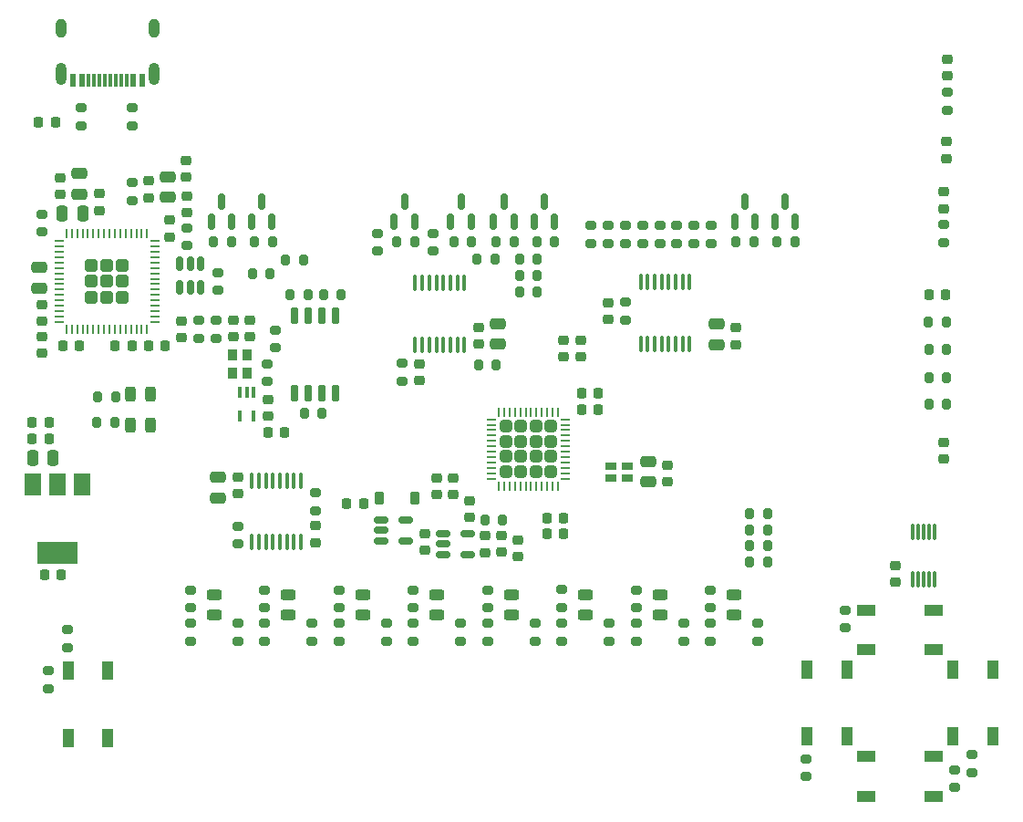
<source format=gbr>
%TF.GenerationSoftware,KiCad,Pcbnew,7.0.7*%
%TF.CreationDate,2023-11-08T14:01:29-08:00*%
%TF.ProjectId,ProgrammaGull_Sandpiper,50726f67-7261-46d6-9d61-47756c6c5f53,rev?*%
%TF.SameCoordinates,Original*%
%TF.FileFunction,Paste,Top*%
%TF.FilePolarity,Positive*%
%FSLAX46Y46*%
G04 Gerber Fmt 4.6, Leading zero omitted, Abs format (unit mm)*
G04 Created by KiCad (PCBNEW 7.0.7) date 2023-11-08 14:01:29*
%MOMM*%
%LPD*%
G01*
G04 APERTURE LIST*
G04 Aperture macros list*
%AMRoundRect*
0 Rectangle with rounded corners*
0 $1 Rounding radius*
0 $2 $3 $4 $5 $6 $7 $8 $9 X,Y pos of 4 corners*
0 Add a 4 corners polygon primitive as box body*
4,1,4,$2,$3,$4,$5,$6,$7,$8,$9,$2,$3,0*
0 Add four circle primitives for the rounded corners*
1,1,$1+$1,$2,$3*
1,1,$1+$1,$4,$5*
1,1,$1+$1,$6,$7*
1,1,$1+$1,$8,$9*
0 Add four rect primitives between the rounded corners*
20,1,$1+$1,$2,$3,$4,$5,0*
20,1,$1+$1,$4,$5,$6,$7,0*
20,1,$1+$1,$6,$7,$8,$9,0*
20,1,$1+$1,$8,$9,$2,$3,0*%
G04 Aperture macros list end*
%ADD10RoundRect,0.200000X-0.200000X-0.275000X0.200000X-0.275000X0.200000X0.275000X-0.200000X0.275000X0*%
%ADD11RoundRect,0.100000X-0.100000X0.637500X-0.100000X-0.637500X0.100000X-0.637500X0.100000X0.637500X0*%
%ADD12RoundRect,0.200000X-0.275000X0.200000X-0.275000X-0.200000X0.275000X-0.200000X0.275000X0.200000X0*%
%ADD13RoundRect,0.200000X0.200000X0.275000X-0.200000X0.275000X-0.200000X-0.275000X0.200000X-0.275000X0*%
%ADD14RoundRect,0.225000X0.250000X-0.225000X0.250000X0.225000X-0.250000X0.225000X-0.250000X-0.225000X0*%
%ADD15R,1.500000X2.000000*%
%ADD16R,3.800000X2.000000*%
%ADD17RoundRect,0.225000X-0.250000X0.225000X-0.250000X-0.225000X0.250000X-0.225000X0.250000X0.225000X0*%
%ADD18R,1.100000X1.800000*%
%ADD19RoundRect,0.200000X0.275000X-0.200000X0.275000X0.200000X-0.275000X0.200000X-0.275000X-0.200000X0*%
%ADD20RoundRect,0.048000X-0.152000X0.427000X-0.152000X-0.427000X0.152000X-0.427000X0.152000X0.427000X0*%
%ADD21RoundRect,0.150000X0.150000X-0.587500X0.150000X0.587500X-0.150000X0.587500X-0.150000X-0.587500X0*%
%ADD22R,0.600000X1.150000*%
%ADD23R,0.300000X1.150000*%
%ADD24O,1.000000X2.100000*%
%ADD25O,1.000000X1.800000*%
%ADD26RoundRect,0.243750X0.456250X-0.243750X0.456250X0.243750X-0.456250X0.243750X-0.456250X-0.243750X0*%
%ADD27RoundRect,0.150000X-0.512500X-0.150000X0.512500X-0.150000X0.512500X0.150000X-0.512500X0.150000X0*%
%ADD28RoundRect,0.250000X0.250000X0.475000X-0.250000X0.475000X-0.250000X-0.475000X0.250000X-0.475000X0*%
%ADD29RoundRect,0.250000X0.475000X-0.250000X0.475000X0.250000X-0.475000X0.250000X-0.475000X-0.250000X0*%
%ADD30RoundRect,0.225000X-0.225000X-0.250000X0.225000X-0.250000X0.225000X0.250000X-0.225000X0.250000X0*%
%ADD31R,1.800000X1.100000*%
%ADD32RoundRect,0.075000X0.075000X-0.650000X0.075000X0.650000X-0.075000X0.650000X-0.075000X-0.650000X0*%
%ADD33RoundRect,0.225000X0.225000X0.250000X-0.225000X0.250000X-0.225000X-0.250000X0.225000X-0.250000X0*%
%ADD34RoundRect,0.243750X0.243750X0.456250X-0.243750X0.456250X-0.243750X-0.456250X0.243750X-0.456250X0*%
%ADD35RoundRect,0.250000X-0.315000X0.315000X-0.315000X-0.315000X0.315000X-0.315000X0.315000X0.315000X0*%
%ADD36RoundRect,0.062500X-0.062500X0.375000X-0.062500X-0.375000X0.062500X-0.375000X0.062500X0.375000X0*%
%ADD37RoundRect,0.062500X-0.375000X0.062500X-0.375000X-0.062500X0.375000X-0.062500X0.375000X0.062500X0*%
%ADD38RoundRect,0.225000X0.225000X0.375000X-0.225000X0.375000X-0.225000X-0.375000X0.225000X-0.375000X0*%
%ADD39RoundRect,0.218750X0.256250X-0.218750X0.256250X0.218750X-0.256250X0.218750X-0.256250X-0.218750X0*%
%ADD40R,0.900000X1.100000*%
%ADD41RoundRect,0.150000X0.150000X-0.512500X0.150000X0.512500X-0.150000X0.512500X-0.150000X-0.512500X0*%
%ADD42RoundRect,0.250000X-0.250000X-0.475000X0.250000X-0.475000X0.250000X0.475000X-0.250000X0.475000X0*%
%ADD43RoundRect,0.250000X-0.335000X0.335000X-0.335000X-0.335000X0.335000X-0.335000X0.335000X0.335000X0*%
%ADD44RoundRect,0.062500X-0.062500X0.337500X-0.062500X-0.337500X0.062500X-0.337500X0.062500X0.337500X0*%
%ADD45RoundRect,0.062500X-0.337500X0.062500X-0.337500X-0.062500X0.337500X-0.062500X0.337500X0.062500X0*%
%ADD46RoundRect,0.150000X0.150000X-0.650000X0.150000X0.650000X-0.150000X0.650000X-0.150000X-0.650000X0*%
%ADD47R,1.000000X0.800000*%
%ADD48RoundRect,0.250000X-0.475000X0.250000X-0.475000X-0.250000X0.475000X-0.250000X0.475000X0.250000X0*%
%ADD49RoundRect,0.100000X0.100000X-0.637500X0.100000X0.637500X-0.100000X0.637500X-0.100000X-0.637500X0*%
G04 APERTURE END LIST*
D10*
%TO.C,R69*%
X68075000Y-47300000D03*
X69725000Y-47300000D03*
%TD*%
D11*
%TO.C,U3*%
X69050000Y-51100000D03*
X68400000Y-51100000D03*
X67750000Y-51100000D03*
X67100000Y-51100000D03*
X66450000Y-51100000D03*
X65800000Y-51100000D03*
X65150000Y-51100000D03*
X64500000Y-51100000D03*
X64500000Y-56825000D03*
X65150000Y-56825000D03*
X65800000Y-56825000D03*
X66450000Y-56825000D03*
X67100000Y-56825000D03*
X67750000Y-56825000D03*
X68400000Y-56825000D03*
X69050000Y-56825000D03*
%TD*%
D12*
%TO.C,R91*%
X66150000Y-46475000D03*
X66150000Y-48125000D03*
%TD*%
D13*
%TO.C,R90*%
X75825000Y-51950000D03*
X74175000Y-51950000D03*
%TD*%
D12*
%TO.C,R89*%
X61000000Y-46475000D03*
X61000000Y-48125000D03*
%TD*%
D13*
%TO.C,R88*%
X75825000Y-50400000D03*
X74175000Y-50400000D03*
%TD*%
D10*
%TO.C,R87*%
X52475000Y-49000000D03*
X54125000Y-49000000D03*
%TD*%
D13*
%TO.C,R54*%
X75825000Y-48850000D03*
X74175000Y-48850000D03*
%TD*%
D10*
%TO.C,R35*%
X49375000Y-50250000D03*
X51025000Y-50250000D03*
%TD*%
D13*
%TO.C,R2*%
X71875000Y-48850000D03*
X70225000Y-48850000D03*
%TD*%
D14*
%TO.C,C3*%
X65350000Y-75875000D03*
X65350000Y-74325000D03*
%TD*%
D15*
%TO.C,U15*%
X33550000Y-69800000D03*
D16*
X31250000Y-76100000D03*
D15*
X31250000Y-69800000D03*
X28950000Y-69800000D03*
%TD*%
D17*
%TO.C,C56*%
X74000000Y-76475000D03*
X74000000Y-74925000D03*
%TD*%
D18*
%TO.C,SW14*%
X35950000Y-87100000D03*
X35950000Y-93300000D03*
X32250000Y-87100000D03*
X32250000Y-93300000D03*
%TD*%
D14*
%TO.C,C42*%
X113597500Y-44200000D03*
X113597500Y-42650000D03*
%TD*%
D13*
%TO.C,R81*%
X113822500Y-59850000D03*
X112172500Y-59850000D03*
%TD*%
D12*
%TO.C,R12*%
X64300000Y-82675000D03*
X64300000Y-84325000D03*
%TD*%
D19*
%TO.C,R19*%
X89400000Y-84325000D03*
X89400000Y-82675000D03*
%TD*%
D20*
%TO.C,U2*%
X49500000Y-61200000D03*
X48850000Y-61200000D03*
X48200000Y-61200000D03*
X48200000Y-63400000D03*
X49500000Y-63400000D03*
%TD*%
D19*
%TO.C,R63*%
X30400000Y-88725000D03*
X30400000Y-87075000D03*
%TD*%
D14*
%TO.C,C28*%
X87900000Y-69575000D03*
X87900000Y-68025000D03*
%TD*%
D19*
%TO.C,R13*%
X68700000Y-84325000D03*
X68700000Y-82675000D03*
%TD*%
%TO.C,R55*%
X43600000Y-81225000D03*
X43600000Y-79575000D03*
%TD*%
D17*
%TO.C,C5*%
X69500000Y-71325000D03*
X69500000Y-72875000D03*
%TD*%
D19*
%TO.C,R17*%
X82500000Y-84325000D03*
X82500000Y-82675000D03*
%TD*%
D12*
%TO.C,R51*%
X63300000Y-58550000D03*
X63300000Y-60200000D03*
%TD*%
D21*
%TO.C,Q4*%
X67800000Y-45437500D03*
X69700000Y-45437500D03*
X68750000Y-43562500D03*
%TD*%
D22*
%TO.C,P1*%
X39120000Y-32255000D03*
X38320000Y-32255000D03*
D23*
X37170000Y-32255000D03*
X36170000Y-32255000D03*
X35670000Y-32255000D03*
X34670000Y-32255000D03*
D22*
X33520000Y-32255000D03*
X32720000Y-32255000D03*
X32720000Y-32255000D03*
X33520000Y-32255000D03*
D23*
X34170000Y-32255000D03*
X35170000Y-32255000D03*
X36670000Y-32255000D03*
X37670000Y-32255000D03*
D22*
X38320000Y-32255000D03*
X39120000Y-32255000D03*
D24*
X40240000Y-31680000D03*
D25*
X40240000Y-27500000D03*
D24*
X31600000Y-31680000D03*
D25*
X31600000Y-27500000D03*
%TD*%
D19*
%TO.C,R33*%
X46000000Y-56225000D03*
X46000000Y-54575000D03*
%TD*%
D14*
%TO.C,C32*%
X94300000Y-56800000D03*
X94300000Y-55250000D03*
%TD*%
%TO.C,C13*%
X35200000Y-44350000D03*
X35200000Y-42800000D03*
%TD*%
%TO.C,C9*%
X43300000Y-44575000D03*
X43300000Y-43025000D03*
%TD*%
D13*
%TO.C,R5*%
X72587500Y-73075000D03*
X70937500Y-73075000D03*
%TD*%
D17*
%TO.C,C16*%
X42800000Y-54625000D03*
X42800000Y-56175000D03*
%TD*%
D14*
%TO.C,C11*%
X41700000Y-46825000D03*
X41700000Y-45275000D03*
%TD*%
D10*
%TO.C,R70*%
X62775000Y-47300000D03*
X64425000Y-47300000D03*
%TD*%
D13*
%TO.C,R85*%
X36600000Y-64000000D03*
X34950000Y-64000000D03*
%TD*%
D12*
%TO.C,R16*%
X78100000Y-82675000D03*
X78100000Y-84325000D03*
%TD*%
D17*
%TO.C,C46*%
X29850000Y-56075000D03*
X29850000Y-57625000D03*
%TD*%
D12*
%TO.C,R83*%
X113597500Y-45700000D03*
X113597500Y-47350000D03*
%TD*%
D19*
%TO.C,R6*%
X48000000Y-84325000D03*
X48000000Y-82675000D03*
%TD*%
D26*
%TO.C,D9*%
X94100000Y-81937500D03*
X94100000Y-80062500D03*
%TD*%
D27*
%TO.C,U5*%
X61350000Y-73100000D03*
X61350000Y-74050000D03*
X61350000Y-75000000D03*
X63625000Y-75000000D03*
X63625000Y-73100000D03*
%TD*%
D19*
%TO.C,R9*%
X54900000Y-84325000D03*
X54900000Y-82675000D03*
%TD*%
D12*
%TO.C,R10*%
X57400000Y-82675000D03*
X57400000Y-84325000D03*
%TD*%
D28*
%TO.C,C10*%
X33600000Y-44650000D03*
X31700000Y-44650000D03*
%TD*%
D29*
%TO.C,C15*%
X41500000Y-43150000D03*
X41500000Y-41250000D03*
%TD*%
D19*
%TO.C,R34*%
X43300000Y-47625000D03*
X43300000Y-45975000D03*
%TD*%
D29*
%TO.C,C27*%
X86150000Y-69550000D03*
X86150000Y-67650000D03*
%TD*%
D19*
%TO.C,R4*%
X33510000Y-36480000D03*
X33510000Y-34830000D03*
%TD*%
%TO.C,R3*%
X38210000Y-36480000D03*
X38210000Y-34830000D03*
%TD*%
D26*
%TO.C,D2*%
X45800000Y-81937500D03*
X45800000Y-80062500D03*
%TD*%
D14*
%TO.C,C55*%
X29850000Y-54625000D03*
X29850000Y-53075000D03*
%TD*%
D30*
%TO.C,C19*%
X79925000Y-62850000D03*
X81475000Y-62850000D03*
%TD*%
D14*
%TO.C,C40*%
X109100000Y-78875000D03*
X109100000Y-77325000D03*
%TD*%
D12*
%TO.C,R47*%
X87200000Y-45775000D03*
X87200000Y-47425000D03*
%TD*%
D21*
%TO.C,Q6*%
X75525000Y-45437500D03*
X77425000Y-45437500D03*
X76475000Y-43562500D03*
%TD*%
D31*
%TO.C,SW10*%
X112600000Y-98750000D03*
X106400000Y-98750000D03*
X112600000Y-95050000D03*
X106400000Y-95050000D03*
%TD*%
D19*
%TO.C,R21*%
X96300000Y-84325000D03*
X96300000Y-82675000D03*
%TD*%
D17*
%TO.C,C31*%
X55200000Y-73625000D03*
X55200000Y-75175000D03*
%TD*%
D19*
%TO.C,R60*%
X78100000Y-79550000D03*
X78100000Y-81200000D03*
%TD*%
%TO.C,R24*%
X114600000Y-97925000D03*
X114600000Y-96275000D03*
%TD*%
D32*
%TO.C,U11*%
X110697500Y-78570000D03*
X111197500Y-78570000D03*
X111697500Y-78570000D03*
X112197500Y-78570000D03*
X112697500Y-78570000D03*
X112697500Y-74170000D03*
X112197500Y-74170000D03*
X111697500Y-74170000D03*
X111197500Y-74170000D03*
X110697500Y-74170000D03*
%TD*%
D27*
%TO.C,U4*%
X67062500Y-74375000D03*
X67062500Y-75325000D03*
X67062500Y-76275000D03*
X69337500Y-76275000D03*
X69337500Y-74375000D03*
%TD*%
D10*
%TO.C,R25*%
X95575000Y-74000000D03*
X97225000Y-74000000D03*
%TD*%
D17*
%TO.C,C29*%
X48000000Y-69125000D03*
X48000000Y-70675000D03*
%TD*%
D29*
%TO.C,C35*%
X72200000Y-56750000D03*
X72200000Y-54850000D03*
%TD*%
D30*
%TO.C,C23*%
X76725000Y-74400000D03*
X78275000Y-74400000D03*
%TD*%
D12*
%TO.C,R64*%
X32200000Y-83275000D03*
X32200000Y-84925000D03*
%TD*%
D10*
%TO.C,R67*%
X45775000Y-47300000D03*
X47425000Y-47300000D03*
%TD*%
D26*
%TO.C,D6*%
X73400000Y-81937500D03*
X73400000Y-80062500D03*
%TD*%
D13*
%TO.C,R79*%
X113797500Y-54750000D03*
X112147500Y-54750000D03*
%TD*%
D33*
%TO.C,C47*%
X41250000Y-56900000D03*
X39700000Y-56900000D03*
%TD*%
D17*
%TO.C,C20*%
X68000000Y-69200000D03*
X68000000Y-70750000D03*
%TD*%
D10*
%TO.C,R23*%
X95575000Y-75500000D03*
X97225000Y-75500000D03*
%TD*%
D34*
%TO.C,D11*%
X39925000Y-64250000D03*
X38050000Y-64250000D03*
%TD*%
D11*
%TO.C,U12*%
X89975000Y-51037500D03*
X89325000Y-51037500D03*
X88675000Y-51037500D03*
X88025000Y-51037500D03*
X87375000Y-51037500D03*
X86725000Y-51037500D03*
X86075000Y-51037500D03*
X85425000Y-51037500D03*
X85425000Y-56762500D03*
X86075000Y-56762500D03*
X86725000Y-56762500D03*
X87375000Y-56762500D03*
X88025000Y-56762500D03*
X88675000Y-56762500D03*
X89325000Y-56762500D03*
X89975000Y-56762500D03*
%TD*%
D21*
%TO.C,Q2*%
X49300000Y-45437500D03*
X51200000Y-45437500D03*
X50250000Y-43562500D03*
%TD*%
D35*
%TO.C,U1*%
X77100000Y-64400000D03*
X75700000Y-64400000D03*
X74300000Y-64400000D03*
X72900000Y-64400000D03*
X77100000Y-65800000D03*
X75700000Y-65800000D03*
X74300000Y-65800000D03*
X72900000Y-65800000D03*
X77100000Y-67200000D03*
X75700000Y-67200000D03*
X74300000Y-67200000D03*
X72900000Y-67200000D03*
X77100000Y-68600000D03*
X75700000Y-68600000D03*
X74300000Y-68600000D03*
X72900000Y-68600000D03*
D36*
X77750000Y-63062500D03*
X77250000Y-63062500D03*
X76750000Y-63062500D03*
X76250000Y-63062500D03*
X75750000Y-63062500D03*
X75250000Y-63062500D03*
X74750000Y-63062500D03*
X74250000Y-63062500D03*
X73750000Y-63062500D03*
X73250000Y-63062500D03*
X72750000Y-63062500D03*
X72250000Y-63062500D03*
D37*
X71562500Y-63750000D03*
X71562500Y-64250000D03*
X71562500Y-64750000D03*
X71562500Y-65250000D03*
X71562500Y-65750000D03*
X71562500Y-66250000D03*
X71562500Y-66750000D03*
X71562500Y-67250000D03*
X71562500Y-67750000D03*
X71562500Y-68250000D03*
X71562500Y-68750000D03*
X71562500Y-69250000D03*
D36*
X72250000Y-69937500D03*
X72750000Y-69937500D03*
X73250000Y-69937500D03*
X73750000Y-69937500D03*
X74250000Y-69937500D03*
X74750000Y-69937500D03*
X75250000Y-69937500D03*
X75750000Y-69937500D03*
X76250000Y-69937500D03*
X76750000Y-69937500D03*
X77250000Y-69937500D03*
X77750000Y-69937500D03*
D37*
X78437500Y-69250000D03*
X78437500Y-68750000D03*
X78437500Y-68250000D03*
X78437500Y-67750000D03*
X78437500Y-67250000D03*
X78437500Y-66750000D03*
X78437500Y-66250000D03*
X78437500Y-65750000D03*
X78437500Y-65250000D03*
X78437500Y-64750000D03*
X78437500Y-64250000D03*
X78437500Y-63750000D03*
%TD*%
D18*
%TO.C,SW11*%
X118150000Y-87000000D03*
X118150000Y-93200000D03*
X114450000Y-87000000D03*
X114450000Y-93200000D03*
%TD*%
D19*
%TO.C,R37*%
X44400000Y-56225000D03*
X44400000Y-54575000D03*
%TD*%
D33*
%TO.C,C46*%
X33325000Y-56900000D03*
X31775000Y-56900000D03*
%TD*%
D12*
%TO.C,R43*%
X80800000Y-45775000D03*
X80800000Y-47425000D03*
%TD*%
D14*
%TO.C,C45*%
X113897500Y-31900000D03*
X113897500Y-30350000D03*
%TD*%
D17*
%TO.C,C8*%
X72500000Y-74525000D03*
X72500000Y-76075000D03*
%TD*%
D14*
%TO.C,C14*%
X39700000Y-43175000D03*
X39700000Y-41625000D03*
%TD*%
D33*
%TO.C,C44*%
X113750000Y-52200000D03*
X112200000Y-52200000D03*
%TD*%
D12*
%TO.C,R18*%
X85000000Y-82675000D03*
X85000000Y-84325000D03*
%TD*%
D21*
%TO.C,Q8*%
X97900000Y-45437500D03*
X99800000Y-45437500D03*
X98850000Y-43562500D03*
%TD*%
D13*
%TO.C,R86*%
X36650000Y-61700000D03*
X35000000Y-61700000D03*
%TD*%
D38*
%TO.C,D1*%
X64475000Y-71100000D03*
X61175000Y-71100000D03*
%TD*%
D26*
%TO.C,D7*%
X80300000Y-81937500D03*
X80300000Y-80062500D03*
%TD*%
D12*
%TO.C,R44*%
X82400000Y-45775000D03*
X82400000Y-47425000D03*
%TD*%
D10*
%TO.C,R68*%
X49600000Y-47300000D03*
X51250000Y-47300000D03*
%TD*%
%TO.C,R29*%
X95575000Y-77000000D03*
X97225000Y-77000000D03*
%TD*%
D14*
%TO.C,C48*%
X78300000Y-57975000D03*
X78300000Y-56425000D03*
%TD*%
D19*
%TO.C,R57*%
X57400000Y-81225000D03*
X57400000Y-79575000D03*
%TD*%
D39*
%TO.C,FB1*%
X31500000Y-42887500D03*
X31500000Y-41312500D03*
%TD*%
D10*
%TO.C,R74*%
X98075000Y-47300000D03*
X99725000Y-47300000D03*
%TD*%
D21*
%TO.C,Q7*%
X94150000Y-45437500D03*
X96050000Y-45437500D03*
X95100000Y-43562500D03*
%TD*%
D12*
%TO.C,R52*%
X84000000Y-52875000D03*
X84000000Y-54525000D03*
%TD*%
%TO.C,R49*%
X90400000Y-45775000D03*
X90400000Y-47425000D03*
%TD*%
D30*
%TO.C,C22*%
X76725000Y-72900000D03*
X78275000Y-72900000D03*
%TD*%
D19*
%TO.C,R59*%
X71200000Y-81225000D03*
X71200000Y-79575000D03*
%TD*%
D31*
%TO.C,SW9*%
X112600000Y-85150000D03*
X106400000Y-85150000D03*
X112600000Y-81450000D03*
X106400000Y-81450000D03*
%TD*%
D40*
%TO.C,X1*%
X47550000Y-57750000D03*
X47550000Y-59450000D03*
X48850000Y-59450000D03*
X48850000Y-57750000D03*
%TD*%
D19*
%TO.C,R22*%
X104400000Y-83100000D03*
X104400000Y-81450000D03*
%TD*%
D33*
%TO.C,C1*%
X31075000Y-36200000D03*
X29525000Y-36200000D03*
%TD*%
D26*
%TO.C,D4*%
X59600000Y-81937500D03*
X59600000Y-80062500D03*
%TD*%
%TO.C,D5*%
X66500000Y-80062500D03*
X66500000Y-81937500D03*
%TD*%
D13*
%TO.C,R40*%
X55825000Y-63200000D03*
X54175000Y-63200000D03*
%TD*%
D41*
%TO.C,U6*%
X42650000Y-51537500D03*
X43600000Y-51537500D03*
X44550000Y-51537500D03*
X44550000Y-49262500D03*
X43600000Y-49262500D03*
X42650000Y-49262500D03*
%TD*%
D29*
%TO.C,C12*%
X33300000Y-42850000D03*
X33300000Y-40950000D03*
%TD*%
D19*
%TO.C,R15*%
X75600000Y-84325000D03*
X75600000Y-82675000D03*
%TD*%
D17*
%TO.C,C37*%
X82400000Y-52925000D03*
X82400000Y-54475000D03*
%TD*%
D42*
%TO.C,C25*%
X28950000Y-67350000D03*
X30850000Y-67350000D03*
%TD*%
D14*
%TO.C,C41*%
X113597500Y-67425000D03*
X113597500Y-65875000D03*
%TD*%
D43*
%TO.C,U7*%
X37300000Y-49500000D03*
X35850000Y-49500000D03*
X34400000Y-49500000D03*
X37300000Y-50950000D03*
X35850000Y-50950000D03*
X34400000Y-50950000D03*
X37300000Y-52400000D03*
X35850000Y-52400000D03*
X34400000Y-52400000D03*
D44*
X39600000Y-46500000D03*
X39100000Y-46500000D03*
X38600000Y-46500000D03*
X38100000Y-46500000D03*
X37600000Y-46500000D03*
X37100000Y-46500000D03*
X36600000Y-46500000D03*
X36100000Y-46500000D03*
X35600000Y-46500000D03*
X35100000Y-46500000D03*
X34600000Y-46500000D03*
X34100000Y-46500000D03*
X33600000Y-46500000D03*
X33100000Y-46500000D03*
X32600000Y-46500000D03*
X32100000Y-46500000D03*
D45*
X31400000Y-47200000D03*
X31400000Y-47700000D03*
X31400000Y-48200000D03*
X31400000Y-48700000D03*
X31400000Y-49200000D03*
X31400000Y-49700000D03*
X31400000Y-50200000D03*
X31400000Y-50700000D03*
X31400000Y-51200000D03*
X31400000Y-51700000D03*
X31400000Y-52200000D03*
X31400000Y-52700000D03*
X31400000Y-53200000D03*
X31400000Y-53700000D03*
X31400000Y-54200000D03*
X31400000Y-54700000D03*
D44*
X32100000Y-55400000D03*
X32600000Y-55400000D03*
X33100000Y-55400000D03*
X33600000Y-55400000D03*
X34100000Y-55400000D03*
X34600000Y-55400000D03*
X35100000Y-55400000D03*
X35600000Y-55400000D03*
X36100000Y-55400000D03*
X36600000Y-55400000D03*
X37100000Y-55400000D03*
X37600000Y-55400000D03*
X38100000Y-55400000D03*
X38600000Y-55400000D03*
X39100000Y-55400000D03*
X39600000Y-55400000D03*
D45*
X40300000Y-54700000D03*
X40300000Y-54200000D03*
X40300000Y-53700000D03*
X40300000Y-53200000D03*
X40300000Y-52700000D03*
X40300000Y-52200000D03*
X40300000Y-51700000D03*
X40300000Y-51200000D03*
X40300000Y-50700000D03*
X40300000Y-50200000D03*
X40300000Y-49700000D03*
X40300000Y-49200000D03*
X40300000Y-48700000D03*
X40300000Y-48200000D03*
X40300000Y-47700000D03*
X40300000Y-47200000D03*
%TD*%
D19*
%TO.C,R26*%
X116200000Y-96525000D03*
X116200000Y-94875000D03*
%TD*%
D12*
%TO.C,R36*%
X46150000Y-50125000D03*
X46150000Y-51775000D03*
%TD*%
D10*
%TO.C,R71*%
X72000000Y-47300000D03*
X73650000Y-47300000D03*
%TD*%
D19*
%TO.C,R61*%
X85000000Y-81225000D03*
X85000000Y-79575000D03*
%TD*%
D30*
%TO.C,C26*%
X28925000Y-65550000D03*
X30475000Y-65550000D03*
%TD*%
D29*
%TO.C,C33*%
X92500000Y-56800000D03*
X92500000Y-54900000D03*
%TD*%
D17*
%TO.C,C36*%
X64900000Y-58600000D03*
X64900000Y-60150000D03*
%TD*%
D19*
%TO.C,R58*%
X64300000Y-81225000D03*
X64300000Y-79575000D03*
%TD*%
D12*
%TO.C,R84*%
X113897500Y-33400000D03*
X113897500Y-35050000D03*
%TD*%
D17*
%TO.C,C21*%
X66500000Y-69200000D03*
X66500000Y-70750000D03*
%TD*%
D10*
%TO.C,R27*%
X95575000Y-72500000D03*
X97225000Y-72500000D03*
%TD*%
D13*
%TO.C,R41*%
X54525000Y-52200000D03*
X52875000Y-52200000D03*
%TD*%
D46*
%TO.C,U14*%
X53295000Y-61300000D03*
X54565000Y-61300000D03*
X55835000Y-61300000D03*
X57105000Y-61300000D03*
X57105000Y-54100000D03*
X55835000Y-54100000D03*
X54565000Y-54100000D03*
X53295000Y-54100000D03*
%TD*%
D47*
%TO.C,D10*%
X84162500Y-69200000D03*
X82662500Y-69200000D03*
X82662500Y-68100000D03*
X84162500Y-68100000D03*
%TD*%
D30*
%TO.C,C53*%
X50825000Y-65000000D03*
X52375000Y-65000000D03*
%TD*%
D12*
%TO.C,R38*%
X38200000Y-41775000D03*
X38200000Y-43425000D03*
%TD*%
%TO.C,R8*%
X50500000Y-82675000D03*
X50500000Y-84325000D03*
%TD*%
D19*
%TO.C,R65*%
X55200000Y-72225000D03*
X55200000Y-70575000D03*
%TD*%
D10*
%TO.C,R73*%
X94275000Y-47300000D03*
X95925000Y-47300000D03*
%TD*%
D12*
%TO.C,R14*%
X71200000Y-82675000D03*
X71200000Y-84325000D03*
%TD*%
D19*
%TO.C,R32*%
X51500000Y-57125000D03*
X51500000Y-55475000D03*
%TD*%
%TO.C,R11*%
X61800000Y-84325000D03*
X61800000Y-82675000D03*
%TD*%
D30*
%TO.C,C4*%
X30075000Y-78200000D03*
X31625000Y-78200000D03*
%TD*%
D12*
%TO.C,R7*%
X43600000Y-82675000D03*
X43600000Y-84325000D03*
%TD*%
D13*
%TO.C,R80*%
X113822500Y-57250000D03*
X112172500Y-57250000D03*
%TD*%
D33*
%TO.C,C2*%
X59700000Y-71600000D03*
X58150000Y-71600000D03*
%TD*%
D13*
%TO.C,R82*%
X113822500Y-62350000D03*
X112172500Y-62350000D03*
%TD*%
D21*
%TO.C,Q3*%
X62550000Y-45437500D03*
X64450000Y-45437500D03*
X63500000Y-43562500D03*
%TD*%
D14*
%TO.C,C49*%
X79900000Y-57975000D03*
X79900000Y-56425000D03*
%TD*%
D19*
%TO.C,R62*%
X91900000Y-81225000D03*
X91900000Y-79575000D03*
%TD*%
D12*
%TO.C,R48*%
X88800000Y-45775000D03*
X88800000Y-47425000D03*
%TD*%
D48*
%TO.C,C30*%
X46200000Y-69150000D03*
X46200000Y-71050000D03*
%TD*%
D19*
%TO.C,R28*%
X100800000Y-96925000D03*
X100800000Y-95275000D03*
%TD*%
D39*
%TO.C,FB2*%
X43250000Y-41287500D03*
X43250000Y-39712500D03*
%TD*%
D18*
%TO.C,SW12*%
X104550000Y-87000000D03*
X104550000Y-93200000D03*
X100850000Y-87000000D03*
X100850000Y-93200000D03*
%TD*%
D34*
%TO.C,D12*%
X39925000Y-61450000D03*
X38050000Y-61450000D03*
%TD*%
D26*
%TO.C,D8*%
X87200000Y-81937500D03*
X87200000Y-80062500D03*
%TD*%
D30*
%TO.C,C18*%
X79925000Y-61350000D03*
X81475000Y-61350000D03*
%TD*%
D19*
%TO.C,R1*%
X50750000Y-60225000D03*
X50750000Y-58575000D03*
%TD*%
D14*
%TO.C,C34*%
X70400000Y-56775000D03*
X70400000Y-55225000D03*
%TD*%
D21*
%TO.C,Q5*%
X71775000Y-45437500D03*
X73675000Y-45437500D03*
X72725000Y-43562500D03*
%TD*%
D19*
%TO.C,R66*%
X48000000Y-75325000D03*
X48000000Y-73675000D03*
%TD*%
D14*
%TO.C,C50*%
X47600000Y-56075000D03*
X47600000Y-54525000D03*
%TD*%
D49*
%TO.C,U13*%
X49325000Y-75162500D03*
X49975000Y-75162500D03*
X50625000Y-75162500D03*
X51275000Y-75162500D03*
X51925000Y-75162500D03*
X52575000Y-75162500D03*
X53225000Y-75162500D03*
X53875000Y-75162500D03*
X53875000Y-69437500D03*
X53225000Y-69437500D03*
X52575000Y-69437500D03*
X51925000Y-69437500D03*
X51275000Y-69437500D03*
X50625000Y-69437500D03*
X49975000Y-69437500D03*
X49325000Y-69437500D03*
%TD*%
D12*
%TO.C,R50*%
X92000000Y-45775000D03*
X92000000Y-47425000D03*
%TD*%
D14*
%TO.C,C52*%
X50800000Y-63475000D03*
X50800000Y-61925000D03*
%TD*%
D30*
%TO.C,C24*%
X28925000Y-64000000D03*
X30475000Y-64000000D03*
%TD*%
D14*
%TO.C,C43*%
X113800000Y-39525000D03*
X113800000Y-37975000D03*
%TD*%
D12*
%TO.C,R39*%
X29800000Y-44725000D03*
X29800000Y-46375000D03*
%TD*%
%TO.C,R20*%
X91900000Y-82675000D03*
X91900000Y-84325000D03*
%TD*%
D10*
%TO.C,R72*%
X75800000Y-47300000D03*
X77450000Y-47300000D03*
%TD*%
D21*
%TO.C,Q1*%
X45550000Y-45437500D03*
X47450000Y-45437500D03*
X46500000Y-43562500D03*
%TD*%
D19*
%TO.C,R56*%
X50500000Y-81225000D03*
X50500000Y-79575000D03*
%TD*%
D17*
%TO.C,C6*%
X71000000Y-74550000D03*
X71000000Y-76100000D03*
%TD*%
D10*
%TO.C,R42*%
X55975000Y-52200000D03*
X57625000Y-52200000D03*
%TD*%
D30*
%TO.C,C54*%
X36625000Y-56900000D03*
X38175000Y-56900000D03*
%TD*%
D48*
%TO.C,C17*%
X29600000Y-49650000D03*
X29600000Y-51550000D03*
%TD*%
D12*
%TO.C,R46*%
X85600000Y-45775000D03*
X85600000Y-47425000D03*
%TD*%
%TO.C,R45*%
X84000000Y-45775000D03*
X84000000Y-47425000D03*
%TD*%
D26*
%TO.C,D3*%
X52700000Y-81937500D03*
X52700000Y-80062500D03*
%TD*%
D13*
%TO.C,R53*%
X72025000Y-58700000D03*
X70375000Y-58700000D03*
%TD*%
D14*
%TO.C,C51*%
X49100000Y-56075000D03*
X49100000Y-54525000D03*
%TD*%
M02*

</source>
